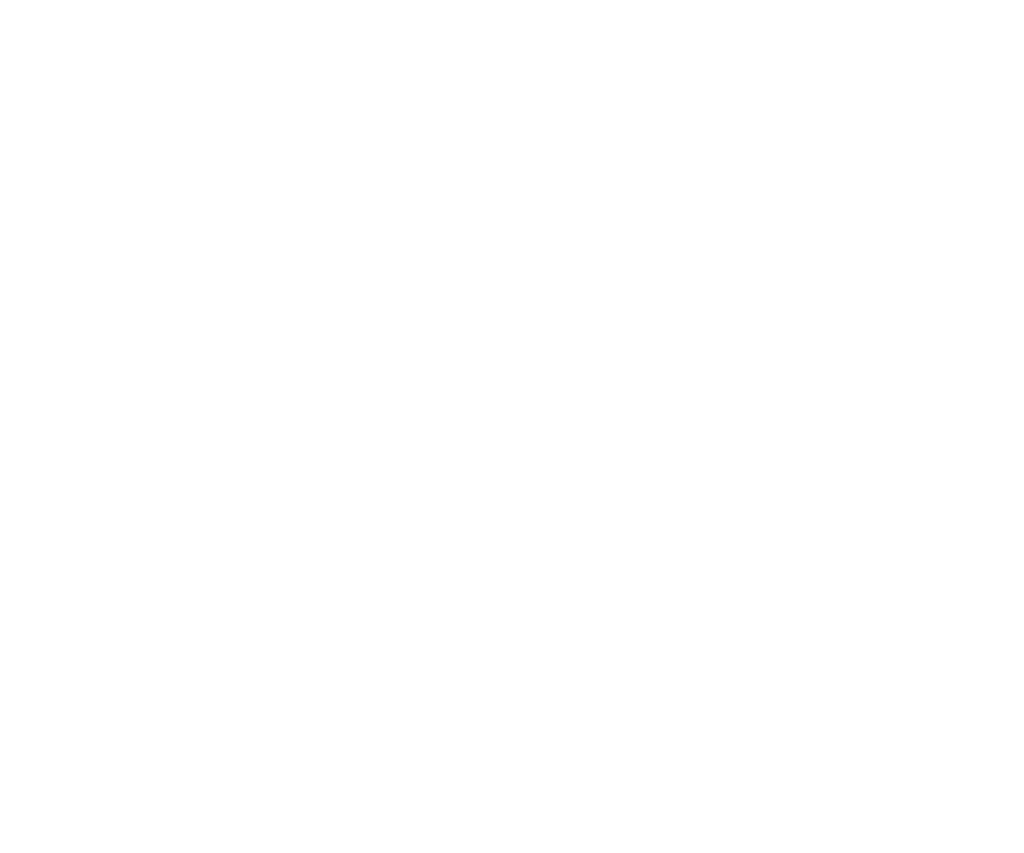
<source format=kicad_pcb>
(kicad_pcb (version 20211014) (generator pcbnew)

  (general
    (thickness 1.6)
  )

  (paper "A4")
  (title_block
    (title "Micro-Pico Tiny Monosynth Drill Guide")
    (date "2022-08-17")
    (rev "0")
    (comment 1 "creativecommons.org/licences/by/4.0")
    (comment 2 "Licence: CC by 4.0")
    (comment 3 "Author: Jordan Aceto")
  )

  (layers
    (0 "F.Cu" signal)
    (31 "B.Cu" signal)
    (32 "B.Adhes" user "B.Adhesive")
    (33 "F.Adhes" user "F.Adhesive")
    (34 "B.Paste" user)
    (35 "F.Paste" user)
    (36 "B.SilkS" user "B.Silkscreen")
    (37 "F.SilkS" user "F.Silkscreen")
    (38 "B.Mask" user)
    (39 "F.Mask" user)
    (40 "Dwgs.User" user "User.Drawings")
    (41 "Cmts.User" user "User.Comments")
    (42 "Eco1.User" user "User.Eco1")
    (43 "Eco2.User" user "User.Eco2")
    (44 "Edge.Cuts" user)
    (45 "Margin" user)
    (46 "B.CrtYd" user "B.Courtyard")
    (47 "F.CrtYd" user "F.Courtyard")
    (48 "B.Fab" user)
    (49 "F.Fab" user)
    (50 "User.1" user)
    (51 "User.2" user)
    (52 "User.3" user)
    (53 "User.4" user)
    (54 "User.5" user)
    (55 "User.6" user)
    (56 "User.7" user)
    (57 "User.8" user)
    (58 "User.9" user)
  )

  (setup
    (stackup
      (layer "F.SilkS" (type "Top Silk Screen"))
      (layer "F.Paste" (type "Top Solder Paste"))
      (layer "F.Mask" (type "Top Solder Mask") (thickness 0.01))
      (layer "F.Cu" (type "copper") (thickness 0.035))
      (layer "dielectric 1" (type "core") (thickness 1.51) (material "FR4") (epsilon_r 4.5) (loss_tangent 0.02))
      (layer "B.Cu" (type "copper") (thickness 0.035))
      (layer "B.Mask" (type "Bottom Solder Mask") (thickness 0.01))
      (layer "B.Paste" (type "Bottom Solder Paste"))
      (layer "B.SilkS" (type "Bottom Silk Screen"))
      (copper_finish "None")
      (dielectric_constraints no)
    )
    (pad_to_mask_clearance 0)
    (pcbplotparams
      (layerselection 0x0000100_7ffffffe)
      (disableapertmacros false)
      (usegerberextensions true)
      (usegerberattributes false)
      (usegerberadvancedattributes false)
      (creategerberjobfile false)
      (svguseinch false)
      (svgprecision 6)
      (excludeedgelayer true)
      (plotframeref false)
      (viasonmask false)
      (mode 1)
      (useauxorigin false)
      (hpglpennumber 1)
      (hpglpenspeed 20)
      (hpglpendiameter 15.000000)
      (dxfpolygonmode true)
      (dxfimperialunits true)
      (dxfusepcbnewfont true)
      (psnegative false)
      (psa4output false)
      (plotreference false)
      (plotvalue false)
      (plotinvisibletext false)
      (sketchpadsonfab false)
      (subtractmaskfromsilk true)
      (outputformat 1)
      (mirror false)
      (drillshape 0)
      (scaleselection 1)
      (outputdirectory "../")
    )
  )

  (net 0 "")

  (gr_circle (center 140.97 132.08) (end 144.52 132.08) (layer "Dwgs.User") (width 0.15) (fill none) (tstamp 020f2ffb-61fa-4fdb-900e-5428861005de))
  (gr_circle (center 100.965 35.56) (end 104.015 35.56) (layer "Dwgs.User") (width 0.15) (fill none) (tstamp 04bec063-a29d-4381-ae76-542571279395))
  (gr_line (start 189.33 39.4462) (end 201.83 39.4462) (layer "Dwgs.User") (width 0.15) (tstamp 071bf5be-8b9e-409e-92d6-834484e9ec68))
  (gr_line (start 198.12 112.93) (end 198.12 100.43) (layer "Dwgs.User") (width 0.15) (tstamp 0865de1e-ee13-41e9-a923-e337b1116509))
  (gr_line (start 169.545 112.93) (end 169.545 100.43) (layer "Dwgs.User") (width 0.15) (tstamp 0a08645d-67f1-4b86-a5fc-b94716c12649))
  (gr_circle locked (center 195.58 39.4462) (end 202.23 39.4462) (layer "Dwgs.User") (width 0.15) (fill none) (tstamp 0ac789ee-81c8-4e5b-87ca-105faeb8a9bc))
  (gr_line (start 163.295 81.28) (end 175.795 81.28) (layer "Dwgs.User") (width 0.15) (tstamp 0b76a0f1-b7ec-4f8a-9b90-b7242151dbb1))
  (gr_line (start 172.82 132.08) (end 185.32 132.08) (layer "Dwgs.User") (width 0.15) (tstamp 0d05d17a-d540-45c2-9601-27a1cc84cdf0))
  (gr_circle (center 198.12 81.28) (end 201.67 81.28) (layer "Dwgs.User") (width 0.15) (fill none) (tstamp 0f4fffec-429c-44b6-8841-cec86e936b0d))
  (gr_line (start 191.87 132.08) (end 204.37 132.08) (layer "Dwgs.User") (width 0.15) (tstamp 10b958fe-1658-4f03-b7ef-956e2cc2f545))
  (gr_line (start 91.8575 93.98) (end 104.3575 93.98) (layer "Dwgs.User") (width 0.15) (tstamp 17f5ce1c-2f81-4e6e-853a-3e0d73685458))
  (gr_line (start 191.87 81.28) (end 204.37 81.28) (layer "Dwgs.User") (width 0.15) (tstamp 186f480f-3af6-4320-991d-7ed9cede23a8))
  (gr_line (start 77.57 132.08) (end 90.07 132.08) (layer "Dwgs.User") (width 0.15) (tstamp 1a4bb0ae-6d0c-42b6-8164-33d956d39484))
  (gr_line (start 77.57 55.88) (end 90.07 55.88) (layer "Dwgs.User") (width 0.15) (tstamp 1d5aa011-426d-42e8-86b1-b88d9eef6650))
  (gr_line (start 112.395 87.53) (end 112.395 75.03) (layer "Dwgs.User") (width 0.15) (tstamp 1d9bc39a-48d5-446e-b081-16ecedb7a461))
  (gr_circle (center 169.545 81.28) (end 173.095 81.28) (layer "Dwgs.User") (width 0.15) (fill none) (tstamp 1d9fe7c7-e17b-496e-a002-4b333090a262))
  (gr_line (start 140.97 62.13) (end 140.97 49.63) (layer "Dwgs.User") (width 0.15) (tstamp 1e81b684-8e5a-49be-97d1-d19288d61fcd))
  (gr_line (start 153.77 132.08) (end 166.27 132.08) (layer "Dwgs.User") (width 0.15) (tstamp 216b752c-76bd-47a3-88f5-e19cd9601f78))
  (gr_circle locked (center 98.1075 93.98) (end 101.1575 93.98) (layer "Dwgs.User") (width 0.15) (fill none) (tstamp 21bbf590-ac19-4e36-9081-b636397dec63))
  (gr_line (start 83.82 62.13) (end 83.82 49.63) (layer "Dwgs.User") (width 0.15) (tstamp 22112a99-ff4b-485d-949a-14a5cd4ffda5))
  (gr_line (start 134.72 81.28) (end 147.22 81.28) (layer "Dwgs.User") (width 0.15) (tstamp 26b7adf5-ba1c-469e-937a-955a812412fa))
  (gr_line (start 134.72 106.68) (end 147.22 106.68) (layer "Dwgs.User") (width 0.15) (tstamp 2e388b58-b958-47e1-b71a-5f90f21a67c4))
  (gr_arc locked (start 76.2 143.51) (mid 73.505923 142.394077) (end 72.39 139.7) (layer "Dwgs.User") (width 0.15) (tstamp 2e41cd12-33e2-4581-bfc1-1173072fc73b))
  (gr_line (start 187.96 53.395) (end 187.96 44.395) (layer "Dwgs.User") (width 0.15) (tstamp 38cdda8a-9aa1-461d-a2df-fe0ee28d3b79))
  (gr_line (start 134.72 132.08) (end 147.22 132.08) (layer "Dwgs.User") (width 0.15) (tstamp 3f16a0da-ccfc-4c84-b4c2-bb2e46aed4f4))
  (gr_line (start 140.97 87.53) (end 140.97 75.03) (layer "Dwgs.User") (width 0.15) (tstamp 3f822426-927d-4993-9c68-851c353ec3bc))
  (gr_arc locked (start 205.74 29.21) (mid 208.434077 30.325923) (end 209.55 33.02) (layer "Dwgs.User") (width 0.15) (tstamp 3fb620d4-696d-49f1-beb5-7e802aa2abf7))
  (gr_line (start 91.8575 119.38) (end 104.3575 119.38) (layer "Dwgs.User") (width 0.15) (tstamp 40b3f843-e469-4034-ad9e-f7f3085f1141))
  (gr_line (start 85.09 40.06) (end 85.09 31.06) (layer "Dwgs.User") (width 0.15) (tstamp 472821a1-3c38-488a-a386-3192a980adc6))
  (gr_line (start 192.46 48.895) (end 183.46 48.895) (layer "Dwgs.User") (width 0.15) (tstamp 473c5ec1-4ff0-4e5b-bba4-19dbc46962b2))
  (gr_line (start 83.82 112.93) (end 83.82 100.43) (layer "Dwgs.User") (width 0.15) (tstamp 4ae6d49f-6706-41f4-92f5-a4bffff3213b))
  (gr_line (start 112.395 112.93) (end 112.395 100.43) (layer "Dwgs.User") (width 0.15) (tstamp 4e851e31-2b19-4b59-9fd6-b60482bb99dd))
  (gr_line (start 121.34 35.56) (end 112.34 35.56) (layer "Dwgs.User") (width 0.15) (tstamp 50c24a4c-675d-4c13-8db6-a8e22c2dcc8a))
  (gr_arc locked (start 72.39 33.02) (mid 73.505923 30.325923) (end 76.2 29.21) (layer "Dwgs.User") (width 0.15) (tstamp 542d9198-2ef9-44e4-9e99-fa3850fb7476))
  (gr_line (start 198.12 138.33) (end 198.12 125.83) (layer "Dwgs.User") (width 0.15) (tstamp 56ab798b-b1aa-4dea-b725-4377e8cd0d5e))
  (gr_circle (center 83.82 81.28) (end 87.37 81.28) (layer "Dwgs.User") (width 0.15) (fill none) (tstamp 57c4d36c-0790-45cf-9371-3bb59586abfc))
  (gr_line (start 153.09 35.56) (end 144.09 35.56) (layer "Dwgs.User") (width 0.15) (tstamp 6a1cd9b1-4741-468f-ae66-ee15b462257b))
  (gr_line (start 98.1075 125.63) (end 98.1075 113.13) (layer "Dwgs.User") (width 0.15) (tstamp 6bd930de-667d-4e17-9a29-ad84f0614043))
  (gr_line (start 137.215 35.56) (end 128.215 35.56) (layer "Dwgs.User") (width 0.15) (tstamp 6bfff6d7-6280-452f-9ff0-044e6b21f759))
  (gr_circle (center 198.12 106.68) (end 201.67 106.68) (layer "Dwgs.User") (width 0.15) (fill none) (tstamp 6e358159-ddd5-4b3e-9282-712d9fd4def2))
  (gr_circle (center 116.84 35.56) (end 119.89 35.56) (layer "Dwgs.User") (width 0.15) (fill none) (tstamp 7347262a-e975-417a-90fb-b54296cb1f95))
  (gr_circle (center 160.02 132.08) (end 163.57 132.08) (layer "Dwgs.User") (width 0.15) (fill none) (tstamp 75487b13-0d04-4f9c-94df-e46cf9819542))
  (gr_line (start 140.97 112.93) (end 140.97 100.43) (layer "Dwgs.User") (width 0.15) (tstamp 75b2089a-2973-4f4e-8480-c0e5aeff078a))
  (gr_line (start 169.545 87.53) (end 169.545 75.03) (layer "Dwgs.User") (width 0.15) (tstamp 766c1a3c-d2cb-497e-993b-ff90d768ef4e))
  (gr_line (start 169.545 62.13) (end 169.545 49.63) (layer "Dwgs.User") (width 0.15) (tstamp 783060d5-7ecd-470f-9fb4-53b0ed1f3baf))
  (gr_line (start 83.82 138.33) (end 83.82 125.83) (layer "Dwgs.User") (width 0.15) (tstamp 7aa83b6c-a1c1-4917-9e9f-59b56f04388a))
  (gr_line (start 148.59 40.06) (end 148.59 31.06) (layer "Dwgs.User") (width 0.15) (tstamp 7bbe0786-634c-428d-aac1-3b0c49ca2c35))
  (gr_circle (center 132.715 35.56) (end 135.765 35.56) (layer "Dwgs.User") (width 0.15) (fill none) (tstamp 7c399fd9-9218-4283-af43-dc9fd886f567))
  (gr_line (start 134.72 55.88) (end 147.22 55.88) (layer "Dwgs.User") (width 0.15) (tstamp 7c4b119f-1b11-4bba-8d28-a53e47573f6f))
  (gr_line (start 89.59 35.56) (end 80.59 35.56) (layer "Dwgs.User") (width 0.15) (tstamp 7dda3423-c288-4985-b00b-7d7096bf7194))
  (gr_line (start 191.87 106.68) (end 204.37 106.68) (layer "Dwgs.User") (width 0.15) (tstamp 80c07a01-b623-4d5a-a96c-c76abeed6e88))
  (gr_line (start 198.12 87.53) (end 198.12 75.03) (layer "Dwgs.User") (width 0.15) (tstamp 8332d441-bd8a-42c1-8c2c-21008272eb6f))
  (gr_line (start 98.1075 100.23) (end 98.1075 87.73) (layer "Dwgs.User") (width 0.15) (tstamp 8473b3c5-e8d2-4118-8990-7fa73a3dc232))
  (gr_circle (center 140.97 55.88) (end 144.52 55.88) (layer "Dwgs.User") (width 0.15) (fill none) (tstamp 881602a8-d23e-44de-b1ee-9182ff73b344))
  (gr_circle (center 169.545 55.88) (end 173.095 55.88) (layer "Dwgs.User") (width 0.15) (fill none) (tstamp 88ab021f-e78c-4f0f-a20b-6f2728ca6788))
  (gr_line (start 77.57 106.68) (end 90.07 106.68) (layer "Dwgs.User") (width 0.15) (tstamp 8aa4d1f1-310b-469f-82e9-1e94de19f10f))
  (gr_line (start 77.57 81.28) (end 90.07 81.28) (layer "Dwgs.User") (width 0.15) (tstamp 8cb662fd-f1f6-457a-8277-6ae3f96d8ac8))
  (gr_line locked (start 102.870001 143.510001) (end 179.070001 143.510001) (layer "Dwgs.User") (width 0.15) (tstamp 8efdde83-f14a-4beb-a7ac-278ba130c7c6))
  (gr_circle (center 169.545 106.68) (end 173.095 106.68) (layer "Dwgs.User") (width 0.15) (fill none) (tstamp 92eccdc5-dfa2-4785-8064-4b7c21bde0db))
  (gr_circle locked (center 198.12 132.08) (end 201.17 132.08) (layer "Dwgs.User") (width 0.15) (fill none) (tstamp 969a6efb-7486-40d6-a4d5-3cdc3a18180d))
  (gr_line locked (start 76.2 143.51) (end 102.870001 143.510001) (layer "Dwgs.User") (width 0.15) (tstamp 9828bb81-afb0-49b5-bcfb-f589c3fb97e3))
  (gr_circle locked (center 179.07 132.08) (end 182.12 132.08) (layer "Dwgs.User") (width 0.15) (fill none) (tstamp 9e8e5e27-7355-4fcc-a07c-88292d487c6f))
  (gr_circle locked (center 112.395 106.68) (end 116.895 106.68) (layer "Dwgs.User") (width 0.15) (fill none) (tstamp 9f6cb5a0-06ba-4f68-99ed-edb85bfc0426))
  (gr_line (start 100.965 40.06) (end 100.965 31.06) (layer "Dwgs.User") (width 0.15) (tstamp a3cadee6-5e95-4a0b-b476-eda94c08eaae))
  (gr_circle (center 140.97 81.28) (end 144.52 81.28) (layer "Dwgs.User") (width 0.15) (fill none) (tstamp a5d5bf1e-9a9e-4657-8059-dfb1eb7825a3))
  (gr_line locked (start 72.39 139.7) (end 72.39 33.02) (layer "Dwgs.User") (width 0.15) (tstamp a6c0848e-9b11-452d-a607-df86dc5d8ce1))
  (gr_line (start 164.465 41.81) (end 164.465 29.31) (layer "Dwgs.User") (width 0.15) (tstamp a8f0e508-25cc-4064-9ae3-eb0d24f0f8cf))
  (gr_line locked (start 209.55 33.02) (end 209.55 139.7) (layer "Dwgs.User") (width 0.15) (tstamp ac794cde-9f4b-4919-9df5-a19d217925be))
  (gr_line (start 105.465 35.56) (end 96.465 35.56) (layer "Dwgs.User") (width 0.15) (tstamp ae5fb63c-52fe-4b5c-8f74-d8c0b09bf7ee))
  (gr_line (start 195.58 45.6962) (end 195.58 33.1962) (layer "Dwgs.User") (width 0.15) (tstamp b0172893-fa79-4bae-9247-6f602dba5248))
  (gr_line (start 179.07 138.33) (end 179.07 125.83) (layer "Dwgs.User") (width 0.15) (tstamp b13c6c40-a3ca-4f7c-a164-ef8a407b8cb1))
  (gr_circle locked (center 83.82 106.68) (end 88.32 106.68) (layer "Dwgs.User") (width 0.15) (fill none) (tstamp b1b8c5b8-07a5-4d0c-a430-31229c064484))
  (gr_line (start 106.145 81.28) (end 118.645 81.28) (layer "Dwgs.User") (width 0.15) (tstamp b623e0b8-0230-4568-adc2-db119edf508e))
  (gr_circle locked (center 85.09 35.56) (end 88.14 35.56) (layer "Dwgs.User") (width 0.15) (fill none) (tstamp b7363c4f-2126-41fa-8d0a-7349ff36a912))
  (gr_line (start 112.395 138.33) (end 112.395 125.83) (layer "Dwgs.User") (width 0.15) (tstamp b95af333-1d60-4e51-965e-79986c52f70c))
  (gr_line (start 160.02 138.33) (end 160.02 125.83) (layer "Dwgs.User") (width 0.15) (tstamp b9983ab7-bfd9-483b-b4ca-782afea9abde))
  (gr_circle (center 140.97 106.68) (end 144.52 106.68) (layer "Dwgs.User") (width 0.15) (fill none) (tstamp bc0a749b-e7d0-43bb-8fb5-f4b0230928e0))
  (gr_circle locked (center 83.82 55.88) (end 87.37 55.88) (layer "Dwgs.User") (width 0.15) (fill none) (tstamp bccf0003-4285-4e5a-98d1-39abf5ab56d9))
  (gr_line (start 198.12 62.13) (end 198.12 49.63) (layer "Dwgs.User") (width 0.15) (tstamp c018fa73-eb13-4f4b-b2e7-e59dacbf9ef7))
  (gr_line (start 140.97 138.33) (end 140.97 125.83) (layer "Dwgs.User") (width 0.15) (tstamp c13e6de7-0dca-451e-b8bc-56aa736e7820))
  (gr_line (start 163.295 106.68) (end 175.795 106.68) (layer "Dwgs.User") (width 0.15) (tstamp c48750cb-1528-44a2-b904-bd1dd3179a4c))
  (gr_line locked (start 205.74 143.51) (end 179.070001 143.510001) (layer "Dwgs.User") (width 0.15) (tstamp c5288f39-c9c4-4fde-81d8-aa1d6c1369af))
  (gr_line (start 112.395 62.13) (end 112.395 49.63) (layer "Dwgs.User") (width 0.15) (tstamp c5820896-696a-46dc-be0a-92742ea4eef4))
  (gr_line (start 184.84 35.56) (end 175.84 35.56) (layer "Dwgs.User") (width 0.15) (tstamp c7a4504d-bb76-40b2-b2b4-a658754f1dfc))
  (gr_line (start 163.295 55.88) (end 175.795 55.88) (layer "Dwgs.User") (width 0.15) (tstamp cc4c8860-483d-40a3-93d8-ccd4f4d9faa1))
  (gr_line locked (start 76.2 29.21) (end 205.74 29.21) (layer "Dwgs.User") (width 0.15) (tstamp cf1e6c55-5ce6-49fa-b248-eb6b32541c68))
  (gr_circle (center 112.395 132.08) (end 115.945 132.08) (layer "Dwgs.User") (width 0.15) (fill none) (tstamp d1f107d0-ef9f-4f2a-8006-1f8f90489f8e))
  (gr_line (start 158.215 35.56) (end 170.715 35.56) (layer "Dwgs.User") (width 0.15) (tstamp d2d4a4ff-9495-499b-be39-f7971f92fa6a))
  (gr_arc locked (start 209.55 139.7) (mid 208.434077 142.394077) (end 205.74 143.51) (layer "Dwgs.User") (width 0.15) (tstamp d2e28aa1-6817-4293-a65a-c94d25014e20))
  (gr_circle (center 164.465 35.56) (end 168.015 35.56) (layer "Dwgs.User") (width 0.15) (fill none) (tstamp dcc7cfaa-bed3-4091-b014-040094ae07f1))
  (gr_circle (center 148.59 35.56) (end 151.64 35.56) (layer "Dwgs.User") (width 0.15) (fill none) (tstamp dde774f1-8f78-447b-a615-495563b9ea2b))
  (gr_circle (center 180.34 35.56) (end 183.39 35.56) (layer "Dwgs.User") (width 0.15) (fill none) (tstamp df8cc387-c910-4e2d-99fd-b5ce5dadde1b))
  (gr_line (start 180.34 40.06) (end 180.34 31.06) (layer "Dwgs.User") (width 0.15) (tstamp e09519f0-3fa6-4345-a9b9-8928b779c8db))
  (gr_circle (center 112.395 81.28) (end 115.945 81.28) (layer "Dwgs.User") (width 0.15) (fill none) (tstamp e2c7db65-fc84-49db-9a5a-c83531c30b1a))
  (gr_line (start 83.82 87.53) (end 83.82 75.03) (layer "Dwgs.User") (width 0.15) (tstamp e4af25d4-6c6e-484c-a435-740a5234d47b))
  (gr_line (start 191.87 55.88) (end 204.37 55.88) (layer "Dwgs.User") (width 0.15) (tstamp e6d81b3f-3ede-41ae-afa1-dd8bbf8dc094))
  (gr_line (start 106.145 106.68) (end 118.645 106.68) (layer "Dwgs.User") (width 0.15) (tstamp eaea7bed-8e41-4f07-b06a-f19c1d9800db))
  (gr_circle (center 83.82 132.08) (end 87.37 132.08) (layer "Dwgs.User") (width 0.15) (fill none) (tstamp edee504b-3548-4dbc-98c6-289978626a5f))
  (gr_circle (center 112.395 55.88) (end 115.945 55.88) (layer "Dwgs.User") (width 0.15) (fill none) (tstamp f11cba8b-6555-4460-9eae-bbb462cdf104))
  (gr_line (start 116.84 40.06) (end 116.84 31.06) (layer "Dwgs.User") (width 0.15) (tstamp f8d6bacc-142e-477b-bc87-89faadf38659))
  (gr_circle (center 187.96 48.895) (end 189.56 48.895) (layer "Dwgs.User") (width 0.15) (fill none) (tstamp f95dca81-77a9-49a6-82be-eb9527cf5804))
  (gr_circle locked (center 98.1075 119.38) (end 101.6575 119.38) (layer "Dwgs.User") (width 0.15) (fill none) (tstamp fab109a3-c1de-47a4-a601-f2e57dc220ec))
  (gr_circle (center 198.12 55.88) (end 201.67 55.88) (layer "Dwgs.User") (width 0.15) (fill none) (tstamp fc33d112-9044-4286-98d5-90e6851f18e0))
  (gr_line (start 106.145 55.88) (end 118.645 55.88) (layer "Dwgs.User") (width 0.15) (tstamp fc48f5b1-d57b-498e-80ef-2175dec100ce))
  (gr_line (start 132.715 40.06) (end 132.715 31.06) (layer "Dwgs.User") (width 0.15) (tstamp fd23c48d-173c-49b0-9ca7-dd41adec772d))
  (gr_line (start 106.145 132.08) (end 118.645 132.08) (layer "Dwgs.User") (width 0.15) (tstamp ffc01437-7966-436f-a303-8d581e6083e0))

)

</source>
